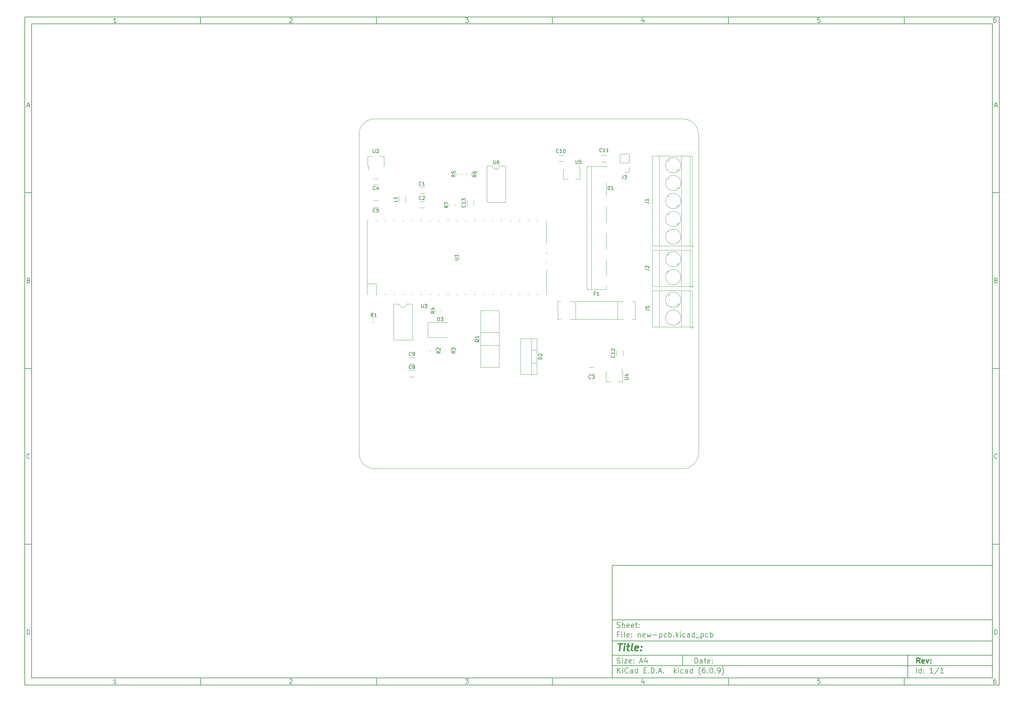
<source format=gbr>
%TF.GenerationSoftware,KiCad,Pcbnew,(6.0.9)*%
%TF.CreationDate,2022-12-24T03:55:53+03:00*%
%TF.ProjectId,new-pcb,6e65772d-7063-4622-9e6b-696361645f70,rev?*%
%TF.SameCoordinates,Original*%
%TF.FileFunction,Legend,Top*%
%TF.FilePolarity,Positive*%
%FSLAX46Y46*%
G04 Gerber Fmt 4.6, Leading zero omitted, Abs format (unit mm)*
G04 Created by KiCad (PCBNEW (6.0.9)) date 2022-12-24 03:55:53*
%MOMM*%
%LPD*%
G01*
G04 APERTURE LIST*
%ADD10C,0.100000*%
%ADD11C,0.150000*%
%ADD12C,0.300000*%
%ADD13C,0.400000*%
%TA.AperFunction,Profile*%
%ADD14C,0.100000*%
%TD*%
%ADD15C,0.120000*%
G04 APERTURE END LIST*
D10*
D11*
X177002200Y-166007200D02*
X177002200Y-198007200D01*
X285002200Y-198007200D01*
X285002200Y-166007200D01*
X177002200Y-166007200D01*
D10*
D11*
X10000000Y-10000000D02*
X10000000Y-200007200D01*
X287002200Y-200007200D01*
X287002200Y-10000000D01*
X10000000Y-10000000D01*
D10*
D11*
X12000000Y-12000000D02*
X12000000Y-198007200D01*
X285002200Y-198007200D01*
X285002200Y-12000000D01*
X12000000Y-12000000D01*
D10*
D11*
X60000000Y-12000000D02*
X60000000Y-10000000D01*
D10*
D11*
X110000000Y-12000000D02*
X110000000Y-10000000D01*
D10*
D11*
X160000000Y-12000000D02*
X160000000Y-10000000D01*
D10*
D11*
X210000000Y-12000000D02*
X210000000Y-10000000D01*
D10*
D11*
X260000000Y-12000000D02*
X260000000Y-10000000D01*
D10*
D11*
X36065476Y-11588095D02*
X35322619Y-11588095D01*
X35694047Y-11588095D02*
X35694047Y-10288095D01*
X35570238Y-10473809D01*
X35446428Y-10597619D01*
X35322619Y-10659523D01*
D10*
D11*
X85322619Y-10411904D02*
X85384523Y-10350000D01*
X85508333Y-10288095D01*
X85817857Y-10288095D01*
X85941666Y-10350000D01*
X86003571Y-10411904D01*
X86065476Y-10535714D01*
X86065476Y-10659523D01*
X86003571Y-10845238D01*
X85260714Y-11588095D01*
X86065476Y-11588095D01*
D10*
D11*
X135260714Y-10288095D02*
X136065476Y-10288095D01*
X135632142Y-10783333D01*
X135817857Y-10783333D01*
X135941666Y-10845238D01*
X136003571Y-10907142D01*
X136065476Y-11030952D01*
X136065476Y-11340476D01*
X136003571Y-11464285D01*
X135941666Y-11526190D01*
X135817857Y-11588095D01*
X135446428Y-11588095D01*
X135322619Y-11526190D01*
X135260714Y-11464285D01*
D10*
D11*
X185941666Y-10721428D02*
X185941666Y-11588095D01*
X185632142Y-10226190D02*
X185322619Y-11154761D01*
X186127380Y-11154761D01*
D10*
D11*
X236003571Y-10288095D02*
X235384523Y-10288095D01*
X235322619Y-10907142D01*
X235384523Y-10845238D01*
X235508333Y-10783333D01*
X235817857Y-10783333D01*
X235941666Y-10845238D01*
X236003571Y-10907142D01*
X236065476Y-11030952D01*
X236065476Y-11340476D01*
X236003571Y-11464285D01*
X235941666Y-11526190D01*
X235817857Y-11588095D01*
X235508333Y-11588095D01*
X235384523Y-11526190D01*
X235322619Y-11464285D01*
D10*
D11*
X285941666Y-10288095D02*
X285694047Y-10288095D01*
X285570238Y-10350000D01*
X285508333Y-10411904D01*
X285384523Y-10597619D01*
X285322619Y-10845238D01*
X285322619Y-11340476D01*
X285384523Y-11464285D01*
X285446428Y-11526190D01*
X285570238Y-11588095D01*
X285817857Y-11588095D01*
X285941666Y-11526190D01*
X286003571Y-11464285D01*
X286065476Y-11340476D01*
X286065476Y-11030952D01*
X286003571Y-10907142D01*
X285941666Y-10845238D01*
X285817857Y-10783333D01*
X285570238Y-10783333D01*
X285446428Y-10845238D01*
X285384523Y-10907142D01*
X285322619Y-11030952D01*
D10*
D11*
X60000000Y-198007200D02*
X60000000Y-200007200D01*
D10*
D11*
X110000000Y-198007200D02*
X110000000Y-200007200D01*
D10*
D11*
X160000000Y-198007200D02*
X160000000Y-200007200D01*
D10*
D11*
X210000000Y-198007200D02*
X210000000Y-200007200D01*
D10*
D11*
X260000000Y-198007200D02*
X260000000Y-200007200D01*
D10*
D11*
X36065476Y-199595295D02*
X35322619Y-199595295D01*
X35694047Y-199595295D02*
X35694047Y-198295295D01*
X35570238Y-198481009D01*
X35446428Y-198604819D01*
X35322619Y-198666723D01*
D10*
D11*
X85322619Y-198419104D02*
X85384523Y-198357200D01*
X85508333Y-198295295D01*
X85817857Y-198295295D01*
X85941666Y-198357200D01*
X86003571Y-198419104D01*
X86065476Y-198542914D01*
X86065476Y-198666723D01*
X86003571Y-198852438D01*
X85260714Y-199595295D01*
X86065476Y-199595295D01*
D10*
D11*
X135260714Y-198295295D02*
X136065476Y-198295295D01*
X135632142Y-198790533D01*
X135817857Y-198790533D01*
X135941666Y-198852438D01*
X136003571Y-198914342D01*
X136065476Y-199038152D01*
X136065476Y-199347676D01*
X136003571Y-199471485D01*
X135941666Y-199533390D01*
X135817857Y-199595295D01*
X135446428Y-199595295D01*
X135322619Y-199533390D01*
X135260714Y-199471485D01*
D10*
D11*
X185941666Y-198728628D02*
X185941666Y-199595295D01*
X185632142Y-198233390D02*
X185322619Y-199161961D01*
X186127380Y-199161961D01*
D10*
D11*
X236003571Y-198295295D02*
X235384523Y-198295295D01*
X235322619Y-198914342D01*
X235384523Y-198852438D01*
X235508333Y-198790533D01*
X235817857Y-198790533D01*
X235941666Y-198852438D01*
X236003571Y-198914342D01*
X236065476Y-199038152D01*
X236065476Y-199347676D01*
X236003571Y-199471485D01*
X235941666Y-199533390D01*
X235817857Y-199595295D01*
X235508333Y-199595295D01*
X235384523Y-199533390D01*
X235322619Y-199471485D01*
D10*
D11*
X285941666Y-198295295D02*
X285694047Y-198295295D01*
X285570238Y-198357200D01*
X285508333Y-198419104D01*
X285384523Y-198604819D01*
X285322619Y-198852438D01*
X285322619Y-199347676D01*
X285384523Y-199471485D01*
X285446428Y-199533390D01*
X285570238Y-199595295D01*
X285817857Y-199595295D01*
X285941666Y-199533390D01*
X286003571Y-199471485D01*
X286065476Y-199347676D01*
X286065476Y-199038152D01*
X286003571Y-198914342D01*
X285941666Y-198852438D01*
X285817857Y-198790533D01*
X285570238Y-198790533D01*
X285446428Y-198852438D01*
X285384523Y-198914342D01*
X285322619Y-199038152D01*
D10*
D11*
X10000000Y-60000000D02*
X12000000Y-60000000D01*
D10*
D11*
X10000000Y-110000000D02*
X12000000Y-110000000D01*
D10*
D11*
X10000000Y-160000000D02*
X12000000Y-160000000D01*
D10*
D11*
X10690476Y-35216666D02*
X11309523Y-35216666D01*
X10566666Y-35588095D02*
X11000000Y-34288095D01*
X11433333Y-35588095D01*
D10*
D11*
X11092857Y-84907142D02*
X11278571Y-84969047D01*
X11340476Y-85030952D01*
X11402380Y-85154761D01*
X11402380Y-85340476D01*
X11340476Y-85464285D01*
X11278571Y-85526190D01*
X11154761Y-85588095D01*
X10659523Y-85588095D01*
X10659523Y-84288095D01*
X11092857Y-84288095D01*
X11216666Y-84350000D01*
X11278571Y-84411904D01*
X11340476Y-84535714D01*
X11340476Y-84659523D01*
X11278571Y-84783333D01*
X11216666Y-84845238D01*
X11092857Y-84907142D01*
X10659523Y-84907142D01*
D10*
D11*
X11402380Y-135464285D02*
X11340476Y-135526190D01*
X11154761Y-135588095D01*
X11030952Y-135588095D01*
X10845238Y-135526190D01*
X10721428Y-135402380D01*
X10659523Y-135278571D01*
X10597619Y-135030952D01*
X10597619Y-134845238D01*
X10659523Y-134597619D01*
X10721428Y-134473809D01*
X10845238Y-134350000D01*
X11030952Y-134288095D01*
X11154761Y-134288095D01*
X11340476Y-134350000D01*
X11402380Y-134411904D01*
D10*
D11*
X10659523Y-185588095D02*
X10659523Y-184288095D01*
X10969047Y-184288095D01*
X11154761Y-184350000D01*
X11278571Y-184473809D01*
X11340476Y-184597619D01*
X11402380Y-184845238D01*
X11402380Y-185030952D01*
X11340476Y-185278571D01*
X11278571Y-185402380D01*
X11154761Y-185526190D01*
X10969047Y-185588095D01*
X10659523Y-185588095D01*
D10*
D11*
X287002200Y-60000000D02*
X285002200Y-60000000D01*
D10*
D11*
X287002200Y-110000000D02*
X285002200Y-110000000D01*
D10*
D11*
X287002200Y-160000000D02*
X285002200Y-160000000D01*
D10*
D11*
X285692676Y-35216666D02*
X286311723Y-35216666D01*
X285568866Y-35588095D02*
X286002200Y-34288095D01*
X286435533Y-35588095D01*
D10*
D11*
X286095057Y-84907142D02*
X286280771Y-84969047D01*
X286342676Y-85030952D01*
X286404580Y-85154761D01*
X286404580Y-85340476D01*
X286342676Y-85464285D01*
X286280771Y-85526190D01*
X286156961Y-85588095D01*
X285661723Y-85588095D01*
X285661723Y-84288095D01*
X286095057Y-84288095D01*
X286218866Y-84350000D01*
X286280771Y-84411904D01*
X286342676Y-84535714D01*
X286342676Y-84659523D01*
X286280771Y-84783333D01*
X286218866Y-84845238D01*
X286095057Y-84907142D01*
X285661723Y-84907142D01*
D10*
D11*
X286404580Y-135464285D02*
X286342676Y-135526190D01*
X286156961Y-135588095D01*
X286033152Y-135588095D01*
X285847438Y-135526190D01*
X285723628Y-135402380D01*
X285661723Y-135278571D01*
X285599819Y-135030952D01*
X285599819Y-134845238D01*
X285661723Y-134597619D01*
X285723628Y-134473809D01*
X285847438Y-134350000D01*
X286033152Y-134288095D01*
X286156961Y-134288095D01*
X286342676Y-134350000D01*
X286404580Y-134411904D01*
D10*
D11*
X285661723Y-185588095D02*
X285661723Y-184288095D01*
X285971247Y-184288095D01*
X286156961Y-184350000D01*
X286280771Y-184473809D01*
X286342676Y-184597619D01*
X286404580Y-184845238D01*
X286404580Y-185030952D01*
X286342676Y-185278571D01*
X286280771Y-185402380D01*
X286156961Y-185526190D01*
X285971247Y-185588095D01*
X285661723Y-185588095D01*
D10*
D11*
X200434342Y-193785771D02*
X200434342Y-192285771D01*
X200791485Y-192285771D01*
X201005771Y-192357200D01*
X201148628Y-192500057D01*
X201220057Y-192642914D01*
X201291485Y-192928628D01*
X201291485Y-193142914D01*
X201220057Y-193428628D01*
X201148628Y-193571485D01*
X201005771Y-193714342D01*
X200791485Y-193785771D01*
X200434342Y-193785771D01*
X202577200Y-193785771D02*
X202577200Y-193000057D01*
X202505771Y-192857200D01*
X202362914Y-192785771D01*
X202077200Y-192785771D01*
X201934342Y-192857200D01*
X202577200Y-193714342D02*
X202434342Y-193785771D01*
X202077200Y-193785771D01*
X201934342Y-193714342D01*
X201862914Y-193571485D01*
X201862914Y-193428628D01*
X201934342Y-193285771D01*
X202077200Y-193214342D01*
X202434342Y-193214342D01*
X202577200Y-193142914D01*
X203077200Y-192785771D02*
X203648628Y-192785771D01*
X203291485Y-192285771D02*
X203291485Y-193571485D01*
X203362914Y-193714342D01*
X203505771Y-193785771D01*
X203648628Y-193785771D01*
X204720057Y-193714342D02*
X204577200Y-193785771D01*
X204291485Y-193785771D01*
X204148628Y-193714342D01*
X204077200Y-193571485D01*
X204077200Y-193000057D01*
X204148628Y-192857200D01*
X204291485Y-192785771D01*
X204577200Y-192785771D01*
X204720057Y-192857200D01*
X204791485Y-193000057D01*
X204791485Y-193142914D01*
X204077200Y-193285771D01*
X205434342Y-193642914D02*
X205505771Y-193714342D01*
X205434342Y-193785771D01*
X205362914Y-193714342D01*
X205434342Y-193642914D01*
X205434342Y-193785771D01*
X205434342Y-192857200D02*
X205505771Y-192928628D01*
X205434342Y-193000057D01*
X205362914Y-192928628D01*
X205434342Y-192857200D01*
X205434342Y-193000057D01*
D10*
D11*
X177002200Y-194507200D02*
X285002200Y-194507200D01*
D10*
D11*
X178434342Y-196585771D02*
X178434342Y-195085771D01*
X179291485Y-196585771D02*
X178648628Y-195728628D01*
X179291485Y-195085771D02*
X178434342Y-195942914D01*
X179934342Y-196585771D02*
X179934342Y-195585771D01*
X179934342Y-195085771D02*
X179862914Y-195157200D01*
X179934342Y-195228628D01*
X180005771Y-195157200D01*
X179934342Y-195085771D01*
X179934342Y-195228628D01*
X181505771Y-196442914D02*
X181434342Y-196514342D01*
X181220057Y-196585771D01*
X181077200Y-196585771D01*
X180862914Y-196514342D01*
X180720057Y-196371485D01*
X180648628Y-196228628D01*
X180577200Y-195942914D01*
X180577200Y-195728628D01*
X180648628Y-195442914D01*
X180720057Y-195300057D01*
X180862914Y-195157200D01*
X181077200Y-195085771D01*
X181220057Y-195085771D01*
X181434342Y-195157200D01*
X181505771Y-195228628D01*
X182791485Y-196585771D02*
X182791485Y-195800057D01*
X182720057Y-195657200D01*
X182577200Y-195585771D01*
X182291485Y-195585771D01*
X182148628Y-195657200D01*
X182791485Y-196514342D02*
X182648628Y-196585771D01*
X182291485Y-196585771D01*
X182148628Y-196514342D01*
X182077200Y-196371485D01*
X182077200Y-196228628D01*
X182148628Y-196085771D01*
X182291485Y-196014342D01*
X182648628Y-196014342D01*
X182791485Y-195942914D01*
X184148628Y-196585771D02*
X184148628Y-195085771D01*
X184148628Y-196514342D02*
X184005771Y-196585771D01*
X183720057Y-196585771D01*
X183577200Y-196514342D01*
X183505771Y-196442914D01*
X183434342Y-196300057D01*
X183434342Y-195871485D01*
X183505771Y-195728628D01*
X183577200Y-195657200D01*
X183720057Y-195585771D01*
X184005771Y-195585771D01*
X184148628Y-195657200D01*
X186005771Y-195800057D02*
X186505771Y-195800057D01*
X186720057Y-196585771D02*
X186005771Y-196585771D01*
X186005771Y-195085771D01*
X186720057Y-195085771D01*
X187362914Y-196442914D02*
X187434342Y-196514342D01*
X187362914Y-196585771D01*
X187291485Y-196514342D01*
X187362914Y-196442914D01*
X187362914Y-196585771D01*
X188077200Y-196585771D02*
X188077200Y-195085771D01*
X188434342Y-195085771D01*
X188648628Y-195157200D01*
X188791485Y-195300057D01*
X188862914Y-195442914D01*
X188934342Y-195728628D01*
X188934342Y-195942914D01*
X188862914Y-196228628D01*
X188791485Y-196371485D01*
X188648628Y-196514342D01*
X188434342Y-196585771D01*
X188077200Y-196585771D01*
X189577200Y-196442914D02*
X189648628Y-196514342D01*
X189577200Y-196585771D01*
X189505771Y-196514342D01*
X189577200Y-196442914D01*
X189577200Y-196585771D01*
X190220057Y-196157200D02*
X190934342Y-196157200D01*
X190077200Y-196585771D02*
X190577200Y-195085771D01*
X191077200Y-196585771D01*
X191577200Y-196442914D02*
X191648628Y-196514342D01*
X191577200Y-196585771D01*
X191505771Y-196514342D01*
X191577200Y-196442914D01*
X191577200Y-196585771D01*
X194577200Y-196585771D02*
X194577200Y-195085771D01*
X194720057Y-196014342D02*
X195148628Y-196585771D01*
X195148628Y-195585771D02*
X194577200Y-196157200D01*
X195791485Y-196585771D02*
X195791485Y-195585771D01*
X195791485Y-195085771D02*
X195720057Y-195157200D01*
X195791485Y-195228628D01*
X195862914Y-195157200D01*
X195791485Y-195085771D01*
X195791485Y-195228628D01*
X197148628Y-196514342D02*
X197005771Y-196585771D01*
X196720057Y-196585771D01*
X196577200Y-196514342D01*
X196505771Y-196442914D01*
X196434342Y-196300057D01*
X196434342Y-195871485D01*
X196505771Y-195728628D01*
X196577200Y-195657200D01*
X196720057Y-195585771D01*
X197005771Y-195585771D01*
X197148628Y-195657200D01*
X198434342Y-196585771D02*
X198434342Y-195800057D01*
X198362914Y-195657200D01*
X198220057Y-195585771D01*
X197934342Y-195585771D01*
X197791485Y-195657200D01*
X198434342Y-196514342D02*
X198291485Y-196585771D01*
X197934342Y-196585771D01*
X197791485Y-196514342D01*
X197720057Y-196371485D01*
X197720057Y-196228628D01*
X197791485Y-196085771D01*
X197934342Y-196014342D01*
X198291485Y-196014342D01*
X198434342Y-195942914D01*
X199791485Y-196585771D02*
X199791485Y-195085771D01*
X199791485Y-196514342D02*
X199648628Y-196585771D01*
X199362914Y-196585771D01*
X199220057Y-196514342D01*
X199148628Y-196442914D01*
X199077200Y-196300057D01*
X199077200Y-195871485D01*
X199148628Y-195728628D01*
X199220057Y-195657200D01*
X199362914Y-195585771D01*
X199648628Y-195585771D01*
X199791485Y-195657200D01*
X202077200Y-197157200D02*
X202005771Y-197085771D01*
X201862914Y-196871485D01*
X201791485Y-196728628D01*
X201720057Y-196514342D01*
X201648628Y-196157200D01*
X201648628Y-195871485D01*
X201720057Y-195514342D01*
X201791485Y-195300057D01*
X201862914Y-195157200D01*
X202005771Y-194942914D01*
X202077200Y-194871485D01*
X203291485Y-195085771D02*
X203005771Y-195085771D01*
X202862914Y-195157200D01*
X202791485Y-195228628D01*
X202648628Y-195442914D01*
X202577200Y-195728628D01*
X202577200Y-196300057D01*
X202648628Y-196442914D01*
X202720057Y-196514342D01*
X202862914Y-196585771D01*
X203148628Y-196585771D01*
X203291485Y-196514342D01*
X203362914Y-196442914D01*
X203434342Y-196300057D01*
X203434342Y-195942914D01*
X203362914Y-195800057D01*
X203291485Y-195728628D01*
X203148628Y-195657200D01*
X202862914Y-195657200D01*
X202720057Y-195728628D01*
X202648628Y-195800057D01*
X202577200Y-195942914D01*
X204077200Y-196442914D02*
X204148628Y-196514342D01*
X204077200Y-196585771D01*
X204005771Y-196514342D01*
X204077200Y-196442914D01*
X204077200Y-196585771D01*
X205077200Y-195085771D02*
X205220057Y-195085771D01*
X205362914Y-195157200D01*
X205434342Y-195228628D01*
X205505771Y-195371485D01*
X205577200Y-195657200D01*
X205577200Y-196014342D01*
X205505771Y-196300057D01*
X205434342Y-196442914D01*
X205362914Y-196514342D01*
X205220057Y-196585771D01*
X205077200Y-196585771D01*
X204934342Y-196514342D01*
X204862914Y-196442914D01*
X204791485Y-196300057D01*
X204720057Y-196014342D01*
X204720057Y-195657200D01*
X204791485Y-195371485D01*
X204862914Y-195228628D01*
X204934342Y-195157200D01*
X205077200Y-195085771D01*
X206220057Y-196442914D02*
X206291485Y-196514342D01*
X206220057Y-196585771D01*
X206148628Y-196514342D01*
X206220057Y-196442914D01*
X206220057Y-196585771D01*
X207005771Y-196585771D02*
X207291485Y-196585771D01*
X207434342Y-196514342D01*
X207505771Y-196442914D01*
X207648628Y-196228628D01*
X207720057Y-195942914D01*
X207720057Y-195371485D01*
X207648628Y-195228628D01*
X207577200Y-195157200D01*
X207434342Y-195085771D01*
X207148628Y-195085771D01*
X207005771Y-195157200D01*
X206934342Y-195228628D01*
X206862914Y-195371485D01*
X206862914Y-195728628D01*
X206934342Y-195871485D01*
X207005771Y-195942914D01*
X207148628Y-196014342D01*
X207434342Y-196014342D01*
X207577200Y-195942914D01*
X207648628Y-195871485D01*
X207720057Y-195728628D01*
X208220057Y-197157200D02*
X208291485Y-197085771D01*
X208434342Y-196871485D01*
X208505771Y-196728628D01*
X208577200Y-196514342D01*
X208648628Y-196157200D01*
X208648628Y-195871485D01*
X208577200Y-195514342D01*
X208505771Y-195300057D01*
X208434342Y-195157200D01*
X208291485Y-194942914D01*
X208220057Y-194871485D01*
D10*
D11*
X177002200Y-191507200D02*
X285002200Y-191507200D01*
D10*
D12*
X264411485Y-193785771D02*
X263911485Y-193071485D01*
X263554342Y-193785771D02*
X263554342Y-192285771D01*
X264125771Y-192285771D01*
X264268628Y-192357200D01*
X264340057Y-192428628D01*
X264411485Y-192571485D01*
X264411485Y-192785771D01*
X264340057Y-192928628D01*
X264268628Y-193000057D01*
X264125771Y-193071485D01*
X263554342Y-193071485D01*
X265625771Y-193714342D02*
X265482914Y-193785771D01*
X265197200Y-193785771D01*
X265054342Y-193714342D01*
X264982914Y-193571485D01*
X264982914Y-193000057D01*
X265054342Y-192857200D01*
X265197200Y-192785771D01*
X265482914Y-192785771D01*
X265625771Y-192857200D01*
X265697200Y-193000057D01*
X265697200Y-193142914D01*
X264982914Y-193285771D01*
X266197200Y-192785771D02*
X266554342Y-193785771D01*
X266911485Y-192785771D01*
X267482914Y-193642914D02*
X267554342Y-193714342D01*
X267482914Y-193785771D01*
X267411485Y-193714342D01*
X267482914Y-193642914D01*
X267482914Y-193785771D01*
X267482914Y-192857200D02*
X267554342Y-192928628D01*
X267482914Y-193000057D01*
X267411485Y-192928628D01*
X267482914Y-192857200D01*
X267482914Y-193000057D01*
D10*
D11*
X178362914Y-193714342D02*
X178577200Y-193785771D01*
X178934342Y-193785771D01*
X179077200Y-193714342D01*
X179148628Y-193642914D01*
X179220057Y-193500057D01*
X179220057Y-193357200D01*
X179148628Y-193214342D01*
X179077200Y-193142914D01*
X178934342Y-193071485D01*
X178648628Y-193000057D01*
X178505771Y-192928628D01*
X178434342Y-192857200D01*
X178362914Y-192714342D01*
X178362914Y-192571485D01*
X178434342Y-192428628D01*
X178505771Y-192357200D01*
X178648628Y-192285771D01*
X179005771Y-192285771D01*
X179220057Y-192357200D01*
X179862914Y-193785771D02*
X179862914Y-192785771D01*
X179862914Y-192285771D02*
X179791485Y-192357200D01*
X179862914Y-192428628D01*
X179934342Y-192357200D01*
X179862914Y-192285771D01*
X179862914Y-192428628D01*
X180434342Y-192785771D02*
X181220057Y-192785771D01*
X180434342Y-193785771D01*
X181220057Y-193785771D01*
X182362914Y-193714342D02*
X182220057Y-193785771D01*
X181934342Y-193785771D01*
X181791485Y-193714342D01*
X181720057Y-193571485D01*
X181720057Y-193000057D01*
X181791485Y-192857200D01*
X181934342Y-192785771D01*
X182220057Y-192785771D01*
X182362914Y-192857200D01*
X182434342Y-193000057D01*
X182434342Y-193142914D01*
X181720057Y-193285771D01*
X183077200Y-193642914D02*
X183148628Y-193714342D01*
X183077200Y-193785771D01*
X183005771Y-193714342D01*
X183077200Y-193642914D01*
X183077200Y-193785771D01*
X183077200Y-192857200D02*
X183148628Y-192928628D01*
X183077200Y-193000057D01*
X183005771Y-192928628D01*
X183077200Y-192857200D01*
X183077200Y-193000057D01*
X184862914Y-193357200D02*
X185577200Y-193357200D01*
X184720057Y-193785771D02*
X185220057Y-192285771D01*
X185720057Y-193785771D01*
X186862914Y-192785771D02*
X186862914Y-193785771D01*
X186505771Y-192214342D02*
X186148628Y-193285771D01*
X187077200Y-193285771D01*
D10*
D11*
X263434342Y-196585771D02*
X263434342Y-195085771D01*
X264791485Y-196585771D02*
X264791485Y-195085771D01*
X264791485Y-196514342D02*
X264648628Y-196585771D01*
X264362914Y-196585771D01*
X264220057Y-196514342D01*
X264148628Y-196442914D01*
X264077200Y-196300057D01*
X264077200Y-195871485D01*
X264148628Y-195728628D01*
X264220057Y-195657200D01*
X264362914Y-195585771D01*
X264648628Y-195585771D01*
X264791485Y-195657200D01*
X265505771Y-196442914D02*
X265577200Y-196514342D01*
X265505771Y-196585771D01*
X265434342Y-196514342D01*
X265505771Y-196442914D01*
X265505771Y-196585771D01*
X265505771Y-195657200D02*
X265577200Y-195728628D01*
X265505771Y-195800057D01*
X265434342Y-195728628D01*
X265505771Y-195657200D01*
X265505771Y-195800057D01*
X268148628Y-196585771D02*
X267291485Y-196585771D01*
X267720057Y-196585771D02*
X267720057Y-195085771D01*
X267577200Y-195300057D01*
X267434342Y-195442914D01*
X267291485Y-195514342D01*
X269862914Y-195014342D02*
X268577200Y-196942914D01*
X271148628Y-196585771D02*
X270291485Y-196585771D01*
X270720057Y-196585771D02*
X270720057Y-195085771D01*
X270577200Y-195300057D01*
X270434342Y-195442914D01*
X270291485Y-195514342D01*
D10*
D11*
X177002200Y-187507200D02*
X285002200Y-187507200D01*
D10*
D13*
X178714580Y-188211961D02*
X179857438Y-188211961D01*
X179036009Y-190211961D02*
X179286009Y-188211961D01*
X180274104Y-190211961D02*
X180440771Y-188878628D01*
X180524104Y-188211961D02*
X180416961Y-188307200D01*
X180500295Y-188402438D01*
X180607438Y-188307200D01*
X180524104Y-188211961D01*
X180500295Y-188402438D01*
X181107438Y-188878628D02*
X181869342Y-188878628D01*
X181476485Y-188211961D02*
X181262200Y-189926247D01*
X181333628Y-190116723D01*
X181512200Y-190211961D01*
X181702676Y-190211961D01*
X182655057Y-190211961D02*
X182476485Y-190116723D01*
X182405057Y-189926247D01*
X182619342Y-188211961D01*
X184190771Y-190116723D02*
X183988390Y-190211961D01*
X183607438Y-190211961D01*
X183428866Y-190116723D01*
X183357438Y-189926247D01*
X183452676Y-189164342D01*
X183571723Y-188973866D01*
X183774104Y-188878628D01*
X184155057Y-188878628D01*
X184333628Y-188973866D01*
X184405057Y-189164342D01*
X184381247Y-189354819D01*
X183405057Y-189545295D01*
X185155057Y-190021485D02*
X185238390Y-190116723D01*
X185131247Y-190211961D01*
X185047914Y-190116723D01*
X185155057Y-190021485D01*
X185131247Y-190211961D01*
X185286009Y-188973866D02*
X185369342Y-189069104D01*
X185262200Y-189164342D01*
X185178866Y-189069104D01*
X185286009Y-188973866D01*
X185262200Y-189164342D01*
D10*
D11*
X178934342Y-185600057D02*
X178434342Y-185600057D01*
X178434342Y-186385771D02*
X178434342Y-184885771D01*
X179148628Y-184885771D01*
X179720057Y-186385771D02*
X179720057Y-185385771D01*
X179720057Y-184885771D02*
X179648628Y-184957200D01*
X179720057Y-185028628D01*
X179791485Y-184957200D01*
X179720057Y-184885771D01*
X179720057Y-185028628D01*
X180648628Y-186385771D02*
X180505771Y-186314342D01*
X180434342Y-186171485D01*
X180434342Y-184885771D01*
X181791485Y-186314342D02*
X181648628Y-186385771D01*
X181362914Y-186385771D01*
X181220057Y-186314342D01*
X181148628Y-186171485D01*
X181148628Y-185600057D01*
X181220057Y-185457200D01*
X181362914Y-185385771D01*
X181648628Y-185385771D01*
X181791485Y-185457200D01*
X181862914Y-185600057D01*
X181862914Y-185742914D01*
X181148628Y-185885771D01*
X182505771Y-186242914D02*
X182577200Y-186314342D01*
X182505771Y-186385771D01*
X182434342Y-186314342D01*
X182505771Y-186242914D01*
X182505771Y-186385771D01*
X182505771Y-185457200D02*
X182577200Y-185528628D01*
X182505771Y-185600057D01*
X182434342Y-185528628D01*
X182505771Y-185457200D01*
X182505771Y-185600057D01*
X184362914Y-185385771D02*
X184362914Y-186385771D01*
X184362914Y-185528628D02*
X184434342Y-185457200D01*
X184577200Y-185385771D01*
X184791485Y-185385771D01*
X184934342Y-185457200D01*
X185005771Y-185600057D01*
X185005771Y-186385771D01*
X186291485Y-186314342D02*
X186148628Y-186385771D01*
X185862914Y-186385771D01*
X185720057Y-186314342D01*
X185648628Y-186171485D01*
X185648628Y-185600057D01*
X185720057Y-185457200D01*
X185862914Y-185385771D01*
X186148628Y-185385771D01*
X186291485Y-185457200D01*
X186362914Y-185600057D01*
X186362914Y-185742914D01*
X185648628Y-185885771D01*
X186862914Y-185385771D02*
X187148628Y-186385771D01*
X187434342Y-185671485D01*
X187720057Y-186385771D01*
X188005771Y-185385771D01*
X188577200Y-185814342D02*
X189720057Y-185814342D01*
X190434342Y-185385771D02*
X190434342Y-186885771D01*
X190434342Y-185457200D02*
X190577200Y-185385771D01*
X190862914Y-185385771D01*
X191005771Y-185457200D01*
X191077200Y-185528628D01*
X191148628Y-185671485D01*
X191148628Y-186100057D01*
X191077200Y-186242914D01*
X191005771Y-186314342D01*
X190862914Y-186385771D01*
X190577200Y-186385771D01*
X190434342Y-186314342D01*
X192434342Y-186314342D02*
X192291485Y-186385771D01*
X192005771Y-186385771D01*
X191862914Y-186314342D01*
X191791485Y-186242914D01*
X191720057Y-186100057D01*
X191720057Y-185671485D01*
X191791485Y-185528628D01*
X191862914Y-185457200D01*
X192005771Y-185385771D01*
X192291485Y-185385771D01*
X192434342Y-185457200D01*
X193077200Y-186385771D02*
X193077200Y-184885771D01*
X193077200Y-185457200D02*
X193220057Y-185385771D01*
X193505771Y-185385771D01*
X193648628Y-185457200D01*
X193720057Y-185528628D01*
X193791485Y-185671485D01*
X193791485Y-186100057D01*
X193720057Y-186242914D01*
X193648628Y-186314342D01*
X193505771Y-186385771D01*
X193220057Y-186385771D01*
X193077200Y-186314342D01*
X194434342Y-186242914D02*
X194505771Y-186314342D01*
X194434342Y-186385771D01*
X194362914Y-186314342D01*
X194434342Y-186242914D01*
X194434342Y-186385771D01*
X195148628Y-186385771D02*
X195148628Y-184885771D01*
X195291485Y-185814342D02*
X195720057Y-186385771D01*
X195720057Y-185385771D02*
X195148628Y-185957200D01*
X196362914Y-186385771D02*
X196362914Y-185385771D01*
X196362914Y-184885771D02*
X196291485Y-184957200D01*
X196362914Y-185028628D01*
X196434342Y-184957200D01*
X196362914Y-184885771D01*
X196362914Y-185028628D01*
X197720057Y-186314342D02*
X197577200Y-186385771D01*
X197291485Y-186385771D01*
X197148628Y-186314342D01*
X197077200Y-186242914D01*
X197005771Y-186100057D01*
X197005771Y-185671485D01*
X197077200Y-185528628D01*
X197148628Y-185457200D01*
X197291485Y-185385771D01*
X197577200Y-185385771D01*
X197720057Y-185457200D01*
X199005771Y-186385771D02*
X199005771Y-185600057D01*
X198934342Y-185457200D01*
X198791485Y-185385771D01*
X198505771Y-185385771D01*
X198362914Y-185457200D01*
X199005771Y-186314342D02*
X198862914Y-186385771D01*
X198505771Y-186385771D01*
X198362914Y-186314342D01*
X198291485Y-186171485D01*
X198291485Y-186028628D01*
X198362914Y-185885771D01*
X198505771Y-185814342D01*
X198862914Y-185814342D01*
X199005771Y-185742914D01*
X200362914Y-186385771D02*
X200362914Y-184885771D01*
X200362914Y-186314342D02*
X200220057Y-186385771D01*
X199934342Y-186385771D01*
X199791485Y-186314342D01*
X199720057Y-186242914D01*
X199648628Y-186100057D01*
X199648628Y-185671485D01*
X199720057Y-185528628D01*
X199791485Y-185457200D01*
X199934342Y-185385771D01*
X200220057Y-185385771D01*
X200362914Y-185457200D01*
X200720057Y-186528628D02*
X201862914Y-186528628D01*
X202220057Y-185385771D02*
X202220057Y-186885771D01*
X202220057Y-185457200D02*
X202362914Y-185385771D01*
X202648628Y-185385771D01*
X202791485Y-185457200D01*
X202862914Y-185528628D01*
X202934342Y-185671485D01*
X202934342Y-186100057D01*
X202862914Y-186242914D01*
X202791485Y-186314342D01*
X202648628Y-186385771D01*
X202362914Y-186385771D01*
X202220057Y-186314342D01*
X204220057Y-186314342D02*
X204077200Y-186385771D01*
X203791485Y-186385771D01*
X203648628Y-186314342D01*
X203577200Y-186242914D01*
X203505771Y-186100057D01*
X203505771Y-185671485D01*
X203577200Y-185528628D01*
X203648628Y-185457200D01*
X203791485Y-185385771D01*
X204077200Y-185385771D01*
X204220057Y-185457200D01*
X204862914Y-186385771D02*
X204862914Y-184885771D01*
X204862914Y-185457200D02*
X205005771Y-185385771D01*
X205291485Y-185385771D01*
X205434342Y-185457200D01*
X205505771Y-185528628D01*
X205577200Y-185671485D01*
X205577200Y-186100057D01*
X205505771Y-186242914D01*
X205434342Y-186314342D01*
X205291485Y-186385771D01*
X205005771Y-186385771D01*
X204862914Y-186314342D01*
D10*
D11*
X177002200Y-181507200D02*
X285002200Y-181507200D01*
D10*
D11*
X178362914Y-183614342D02*
X178577200Y-183685771D01*
X178934342Y-183685771D01*
X179077200Y-183614342D01*
X179148628Y-183542914D01*
X179220057Y-183400057D01*
X179220057Y-183257200D01*
X179148628Y-183114342D01*
X179077200Y-183042914D01*
X178934342Y-182971485D01*
X178648628Y-182900057D01*
X178505771Y-182828628D01*
X178434342Y-182757200D01*
X178362914Y-182614342D01*
X178362914Y-182471485D01*
X178434342Y-182328628D01*
X178505771Y-182257200D01*
X178648628Y-182185771D01*
X179005771Y-182185771D01*
X179220057Y-182257200D01*
X179862914Y-183685771D02*
X179862914Y-182185771D01*
X180505771Y-183685771D02*
X180505771Y-182900057D01*
X180434342Y-182757200D01*
X180291485Y-182685771D01*
X180077200Y-182685771D01*
X179934342Y-182757200D01*
X179862914Y-182828628D01*
X181791485Y-183614342D02*
X181648628Y-183685771D01*
X181362914Y-183685771D01*
X181220057Y-183614342D01*
X181148628Y-183471485D01*
X181148628Y-182900057D01*
X181220057Y-182757200D01*
X181362914Y-182685771D01*
X181648628Y-182685771D01*
X181791485Y-182757200D01*
X181862914Y-182900057D01*
X181862914Y-183042914D01*
X181148628Y-183185771D01*
X183077200Y-183614342D02*
X182934342Y-183685771D01*
X182648628Y-183685771D01*
X182505771Y-183614342D01*
X182434342Y-183471485D01*
X182434342Y-182900057D01*
X182505771Y-182757200D01*
X182648628Y-182685771D01*
X182934342Y-182685771D01*
X183077200Y-182757200D01*
X183148628Y-182900057D01*
X183148628Y-183042914D01*
X182434342Y-183185771D01*
X183577200Y-182685771D02*
X184148628Y-182685771D01*
X183791485Y-182185771D02*
X183791485Y-183471485D01*
X183862914Y-183614342D01*
X184005771Y-183685771D01*
X184148628Y-183685771D01*
X184648628Y-183542914D02*
X184720057Y-183614342D01*
X184648628Y-183685771D01*
X184577200Y-183614342D01*
X184648628Y-183542914D01*
X184648628Y-183685771D01*
X184648628Y-182757200D02*
X184720057Y-182828628D01*
X184648628Y-182900057D01*
X184577200Y-182828628D01*
X184648628Y-182757200D01*
X184648628Y-182900057D01*
D10*
D12*
D10*
D11*
D10*
D11*
D10*
D11*
D10*
D11*
D10*
D11*
X197002200Y-191507200D02*
X197002200Y-194507200D01*
D10*
D11*
X261002200Y-191507200D02*
X261002200Y-198007200D01*
D14*
X201500000Y-43500000D02*
G75*
G03*
X197000000Y-39000000I-4500000J0D01*
G01*
X109500000Y-39000000D02*
G75*
G03*
X105000000Y-43500000I0J-4500000D01*
G01*
X105000000Y-134000000D02*
G75*
G03*
X109500000Y-138500000I4500000J0D01*
G01*
X197000000Y-138500000D02*
G75*
G03*
X201500000Y-134000000I0J4500000D01*
G01*
X109500000Y-138500000D02*
X197000000Y-138500000D01*
X105000000Y-43500000D02*
X105000000Y-134000000D01*
X197000000Y-39000000D02*
X109500000Y-39000000D01*
X201500000Y-134000000D02*
X201500000Y-43500000D01*
D11*
%TO.C,J2*%
X186402380Y-81783333D02*
X187116666Y-81783333D01*
X187259523Y-81830952D01*
X187354761Y-81926190D01*
X187402380Y-82069047D01*
X187402380Y-82164285D01*
X186497619Y-81354761D02*
X186450000Y-81307142D01*
X186402380Y-81211904D01*
X186402380Y-80973809D01*
X186450000Y-80878571D01*
X186497619Y-80830952D01*
X186592857Y-80783333D01*
X186688095Y-80783333D01*
X186830952Y-80830952D01*
X187402380Y-81402380D01*
X187402380Y-80783333D01*
%TO.C,J5*%
X186452380Y-93233333D02*
X187166666Y-93233333D01*
X187309523Y-93280952D01*
X187404761Y-93376190D01*
X187452380Y-93519047D01*
X187452380Y-93614285D01*
X186452380Y-92280952D02*
X186452380Y-92757142D01*
X186928571Y-92804761D01*
X186880952Y-92757142D01*
X186833333Y-92661904D01*
X186833333Y-92423809D01*
X186880952Y-92328571D01*
X186928571Y-92280952D01*
X187023809Y-92233333D01*
X187261904Y-92233333D01*
X187357142Y-92280952D01*
X187404761Y-92328571D01*
X187452380Y-92423809D01*
X187452380Y-92661904D01*
X187404761Y-92757142D01*
X187357142Y-92804761D01*
%TO.C,Q1*%
X139117619Y-101695238D02*
X139070000Y-101790476D01*
X138974761Y-101885714D01*
X138831904Y-102028571D01*
X138784285Y-102123809D01*
X138784285Y-102219047D01*
X139022380Y-102171428D02*
X138974761Y-102266666D01*
X138879523Y-102361904D01*
X138689047Y-102409523D01*
X138355714Y-102409523D01*
X138165238Y-102361904D01*
X138070000Y-102266666D01*
X138022380Y-102171428D01*
X138022380Y-101980952D01*
X138070000Y-101885714D01*
X138165238Y-101790476D01*
X138355714Y-101742857D01*
X138689047Y-101742857D01*
X138879523Y-101790476D01*
X138974761Y-101885714D01*
X139022380Y-101980952D01*
X139022380Y-102171428D01*
X139022380Y-100790476D02*
X139022380Y-101361904D01*
X139022380Y-101076190D02*
X138022380Y-101076190D01*
X138165238Y-101171428D01*
X138260476Y-101266666D01*
X138308095Y-101361904D01*
%TO.C,D2*%
X156977380Y-107338095D02*
X155977380Y-107338095D01*
X155977380Y-107100000D01*
X156025000Y-106957142D01*
X156120238Y-106861904D01*
X156215476Y-106814285D01*
X156405952Y-106766666D01*
X156548809Y-106766666D01*
X156739285Y-106814285D01*
X156834523Y-106861904D01*
X156929761Y-106957142D01*
X156977380Y-107100000D01*
X156977380Y-107338095D01*
X156072619Y-106385714D02*
X156025000Y-106338095D01*
X155977380Y-106242857D01*
X155977380Y-106004761D01*
X156025000Y-105909523D01*
X156072619Y-105861904D01*
X156167857Y-105814285D01*
X156263095Y-105814285D01*
X156405952Y-105861904D01*
X156977380Y-106433333D01*
X156977380Y-105814285D01*
%TO.C,J1*%
X186352380Y-62733333D02*
X187066666Y-62733333D01*
X187209523Y-62780952D01*
X187304761Y-62876190D01*
X187352380Y-63019047D01*
X187352380Y-63114285D01*
X187352380Y-61733333D02*
X187352380Y-62304761D01*
X187352380Y-62019047D02*
X186352380Y-62019047D01*
X186495238Y-62114285D01*
X186590476Y-62209523D01*
X186638095Y-62304761D01*
%TO.C,C8*%
X119883333Y-109957142D02*
X119835714Y-110004761D01*
X119692857Y-110052380D01*
X119597619Y-110052380D01*
X119454761Y-110004761D01*
X119359523Y-109909523D01*
X119311904Y-109814285D01*
X119264285Y-109623809D01*
X119264285Y-109480952D01*
X119311904Y-109290476D01*
X119359523Y-109195238D01*
X119454761Y-109100000D01*
X119597619Y-109052380D01*
X119692857Y-109052380D01*
X119835714Y-109100000D01*
X119883333Y-109147619D01*
X120454761Y-109480952D02*
X120359523Y-109433333D01*
X120311904Y-109385714D01*
X120264285Y-109290476D01*
X120264285Y-109242857D01*
X120311904Y-109147619D01*
X120359523Y-109100000D01*
X120454761Y-109052380D01*
X120645238Y-109052380D01*
X120740476Y-109100000D01*
X120788095Y-109147619D01*
X120835714Y-109242857D01*
X120835714Y-109290476D01*
X120788095Y-109385714D01*
X120740476Y-109433333D01*
X120645238Y-109480952D01*
X120454761Y-109480952D01*
X120359523Y-109528571D01*
X120311904Y-109576190D01*
X120264285Y-109671428D01*
X120264285Y-109861904D01*
X120311904Y-109957142D01*
X120359523Y-110004761D01*
X120454761Y-110052380D01*
X120645238Y-110052380D01*
X120740476Y-110004761D01*
X120788095Y-109957142D01*
X120835714Y-109861904D01*
X120835714Y-109671428D01*
X120788095Y-109576190D01*
X120740476Y-109528571D01*
X120645238Y-109480952D01*
%TO.C,C4*%
X109633333Y-59107142D02*
X109585714Y-59154761D01*
X109442857Y-59202380D01*
X109347619Y-59202380D01*
X109204761Y-59154761D01*
X109109523Y-59059523D01*
X109061904Y-58964285D01*
X109014285Y-58773809D01*
X109014285Y-58630952D01*
X109061904Y-58440476D01*
X109109523Y-58345238D01*
X109204761Y-58250000D01*
X109347619Y-58202380D01*
X109442857Y-58202380D01*
X109585714Y-58250000D01*
X109633333Y-58297619D01*
X110490476Y-58535714D02*
X110490476Y-59202380D01*
X110252380Y-58154761D02*
X110014285Y-58869047D01*
X110633333Y-58869047D01*
%TO.C,R4*%
X126502380Y-93666666D02*
X126026190Y-94000000D01*
X126502380Y-94238095D02*
X125502380Y-94238095D01*
X125502380Y-93857142D01*
X125550000Y-93761904D01*
X125597619Y-93714285D01*
X125692857Y-93666666D01*
X125835714Y-93666666D01*
X125930952Y-93714285D01*
X125978571Y-93761904D01*
X126026190Y-93857142D01*
X126026190Y-94238095D01*
X125835714Y-92809523D02*
X126502380Y-92809523D01*
X125454761Y-93047619D02*
X126169047Y-93285714D01*
X126169047Y-92666666D01*
%TO.C,R6*%
X138352380Y-54879166D02*
X137876190Y-55212500D01*
X138352380Y-55450595D02*
X137352380Y-55450595D01*
X137352380Y-55069642D01*
X137400000Y-54974404D01*
X137447619Y-54926785D01*
X137542857Y-54879166D01*
X137685714Y-54879166D01*
X137780952Y-54926785D01*
X137828571Y-54974404D01*
X137876190Y-55069642D01*
X137876190Y-55450595D01*
X137352380Y-54022023D02*
X137352380Y-54212500D01*
X137400000Y-54307738D01*
X137447619Y-54355357D01*
X137590476Y-54450595D01*
X137780952Y-54498214D01*
X138161904Y-54498214D01*
X138257142Y-54450595D01*
X138304761Y-54402976D01*
X138352380Y-54307738D01*
X138352380Y-54117261D01*
X138304761Y-54022023D01*
X138257142Y-53974404D01*
X138161904Y-53926785D01*
X137923809Y-53926785D01*
X137828571Y-53974404D01*
X137780952Y-54022023D01*
X137733333Y-54117261D01*
X137733333Y-54307738D01*
X137780952Y-54402976D01*
X137828571Y-54450595D01*
X137923809Y-54498214D01*
%TO.C,U1*%
X132252380Y-79161904D02*
X133061904Y-79161904D01*
X133157142Y-79114285D01*
X133204761Y-79066666D01*
X133252380Y-78971428D01*
X133252380Y-78780952D01*
X133204761Y-78685714D01*
X133157142Y-78638095D01*
X133061904Y-78590476D01*
X132252380Y-78590476D01*
X133252380Y-77590476D02*
X133252380Y-78161904D01*
X133252380Y-77876190D02*
X132252380Y-77876190D01*
X132395238Y-77971428D01*
X132490476Y-78066666D01*
X132538095Y-78161904D01*
%TO.C,C10*%
X161757142Y-48557142D02*
X161709523Y-48604761D01*
X161566666Y-48652380D01*
X161471428Y-48652380D01*
X161328571Y-48604761D01*
X161233333Y-48509523D01*
X161185714Y-48414285D01*
X161138095Y-48223809D01*
X161138095Y-48080952D01*
X161185714Y-47890476D01*
X161233333Y-47795238D01*
X161328571Y-47700000D01*
X161471428Y-47652380D01*
X161566666Y-47652380D01*
X161709523Y-47700000D01*
X161757142Y-47747619D01*
X162709523Y-48652380D02*
X162138095Y-48652380D01*
X162423809Y-48652380D02*
X162423809Y-47652380D01*
X162328571Y-47795238D01*
X162233333Y-47890476D01*
X162138095Y-47938095D01*
X163328571Y-47652380D02*
X163423809Y-47652380D01*
X163519047Y-47700000D01*
X163566666Y-47747619D01*
X163614285Y-47842857D01*
X163661904Y-48033333D01*
X163661904Y-48271428D01*
X163614285Y-48461904D01*
X163566666Y-48557142D01*
X163519047Y-48604761D01*
X163423809Y-48652380D01*
X163328571Y-48652380D01*
X163233333Y-48604761D01*
X163185714Y-48557142D01*
X163138095Y-48461904D01*
X163090476Y-48271428D01*
X163090476Y-48033333D01*
X163138095Y-47842857D01*
X163185714Y-47747619D01*
X163233333Y-47700000D01*
X163328571Y-47652380D01*
%TO.C,C12*%
X177607142Y-106267857D02*
X177654761Y-106315476D01*
X177702380Y-106458333D01*
X177702380Y-106553571D01*
X177654761Y-106696428D01*
X177559523Y-106791666D01*
X177464285Y-106839285D01*
X177273809Y-106886904D01*
X177130952Y-106886904D01*
X176940476Y-106839285D01*
X176845238Y-106791666D01*
X176750000Y-106696428D01*
X176702380Y-106553571D01*
X176702380Y-106458333D01*
X176750000Y-106315476D01*
X176797619Y-106267857D01*
X177702380Y-105315476D02*
X177702380Y-105886904D01*
X177702380Y-105601190D02*
X176702380Y-105601190D01*
X176845238Y-105696428D01*
X176940476Y-105791666D01*
X176988095Y-105886904D01*
X176797619Y-104934523D02*
X176750000Y-104886904D01*
X176702380Y-104791666D01*
X176702380Y-104553571D01*
X176750000Y-104458333D01*
X176797619Y-104410714D01*
X176892857Y-104363095D01*
X176988095Y-104363095D01*
X177130952Y-104410714D01*
X177702380Y-104982142D01*
X177702380Y-104363095D01*
%TO.C,F1*%
X172166666Y-88678571D02*
X171833333Y-88678571D01*
X171833333Y-89202380D02*
X171833333Y-88202380D01*
X172309523Y-88202380D01*
X173214285Y-89202380D02*
X172642857Y-89202380D01*
X172928571Y-89202380D02*
X172928571Y-88202380D01*
X172833333Y-88345238D01*
X172738095Y-88440476D01*
X172642857Y-88488095D01*
%TO.C,R5*%
X132352380Y-54854166D02*
X131876190Y-55187500D01*
X132352380Y-55425595D02*
X131352380Y-55425595D01*
X131352380Y-55044642D01*
X131400000Y-54949404D01*
X131447619Y-54901785D01*
X131542857Y-54854166D01*
X131685714Y-54854166D01*
X131780952Y-54901785D01*
X131828571Y-54949404D01*
X131876190Y-55044642D01*
X131876190Y-55425595D01*
X131352380Y-53949404D02*
X131352380Y-54425595D01*
X131828571Y-54473214D01*
X131780952Y-54425595D01*
X131733333Y-54330357D01*
X131733333Y-54092261D01*
X131780952Y-53997023D01*
X131828571Y-53949404D01*
X131923809Y-53901785D01*
X132161904Y-53901785D01*
X132257142Y-53949404D01*
X132304761Y-53997023D01*
X132352380Y-54092261D01*
X132352380Y-54330357D01*
X132304761Y-54425595D01*
X132257142Y-54473214D01*
%TO.C,U2*%
X109038095Y-47652380D02*
X109038095Y-48461904D01*
X109085714Y-48557142D01*
X109133333Y-48604761D01*
X109228571Y-48652380D01*
X109419047Y-48652380D01*
X109514285Y-48604761D01*
X109561904Y-48557142D01*
X109609523Y-48461904D01*
X109609523Y-47652380D01*
X110038095Y-47747619D02*
X110085714Y-47700000D01*
X110180952Y-47652380D01*
X110419047Y-47652380D01*
X110514285Y-47700000D01*
X110561904Y-47747619D01*
X110609523Y-47842857D01*
X110609523Y-47938095D01*
X110561904Y-48080952D01*
X109990476Y-48652380D01*
X110609523Y-48652380D01*
%TO.C,U6*%
X143248095Y-50822380D02*
X143248095Y-51631904D01*
X143295714Y-51727142D01*
X143343333Y-51774761D01*
X143438571Y-51822380D01*
X143629047Y-51822380D01*
X143724285Y-51774761D01*
X143771904Y-51727142D01*
X143819523Y-51631904D01*
X143819523Y-50822380D01*
X144724285Y-50822380D02*
X144533809Y-50822380D01*
X144438571Y-50870000D01*
X144390952Y-50917619D01*
X144295714Y-51060476D01*
X144248095Y-51250952D01*
X144248095Y-51631904D01*
X144295714Y-51727142D01*
X144343333Y-51774761D01*
X144438571Y-51822380D01*
X144629047Y-51822380D01*
X144724285Y-51774761D01*
X144771904Y-51727142D01*
X144819523Y-51631904D01*
X144819523Y-51393809D01*
X144771904Y-51298571D01*
X144724285Y-51250952D01*
X144629047Y-51203333D01*
X144438571Y-51203333D01*
X144343333Y-51250952D01*
X144295714Y-51298571D01*
X144248095Y-51393809D01*
%TO.C,C13*%
X135157142Y-63542857D02*
X135204761Y-63590476D01*
X135252380Y-63733333D01*
X135252380Y-63828571D01*
X135204761Y-63971428D01*
X135109523Y-64066666D01*
X135014285Y-64114285D01*
X134823809Y-64161904D01*
X134680952Y-64161904D01*
X134490476Y-64114285D01*
X134395238Y-64066666D01*
X134300000Y-63971428D01*
X134252380Y-63828571D01*
X134252380Y-63733333D01*
X134300000Y-63590476D01*
X134347619Y-63542857D01*
X135252380Y-62590476D02*
X135252380Y-63161904D01*
X135252380Y-62876190D02*
X134252380Y-62876190D01*
X134395238Y-62971428D01*
X134490476Y-63066666D01*
X134538095Y-63161904D01*
X134252380Y-62257142D02*
X134252380Y-61638095D01*
X134633333Y-61971428D01*
X134633333Y-61828571D01*
X134680952Y-61733333D01*
X134728571Y-61685714D01*
X134823809Y-61638095D01*
X135061904Y-61638095D01*
X135157142Y-61685714D01*
X135204761Y-61733333D01*
X135252380Y-61828571D01*
X135252380Y-62114285D01*
X135204761Y-62209523D01*
X135157142Y-62257142D01*
%TO.C,C11*%
X174007142Y-48307142D02*
X173959523Y-48354761D01*
X173816666Y-48402380D01*
X173721428Y-48402380D01*
X173578571Y-48354761D01*
X173483333Y-48259523D01*
X173435714Y-48164285D01*
X173388095Y-47973809D01*
X173388095Y-47830952D01*
X173435714Y-47640476D01*
X173483333Y-47545238D01*
X173578571Y-47450000D01*
X173721428Y-47402380D01*
X173816666Y-47402380D01*
X173959523Y-47450000D01*
X174007142Y-47497619D01*
X174959523Y-48402380D02*
X174388095Y-48402380D01*
X174673809Y-48402380D02*
X174673809Y-47402380D01*
X174578571Y-47545238D01*
X174483333Y-47640476D01*
X174388095Y-47688095D01*
X175911904Y-48402380D02*
X175340476Y-48402380D01*
X175626190Y-48402380D02*
X175626190Y-47402380D01*
X175530952Y-47545238D01*
X175435714Y-47640476D01*
X175340476Y-47688095D01*
%TO.C,D3*%
X127411904Y-96452380D02*
X127411904Y-95452380D01*
X127650000Y-95452380D01*
X127792857Y-95500000D01*
X127888095Y-95595238D01*
X127935714Y-95690476D01*
X127983333Y-95880952D01*
X127983333Y-96023809D01*
X127935714Y-96214285D01*
X127888095Y-96309523D01*
X127792857Y-96404761D01*
X127650000Y-96452380D01*
X127411904Y-96452380D01*
X128316666Y-95452380D02*
X128935714Y-95452380D01*
X128602380Y-95833333D01*
X128745238Y-95833333D01*
X128840476Y-95880952D01*
X128888095Y-95928571D01*
X128935714Y-96023809D01*
X128935714Y-96261904D01*
X128888095Y-96357142D01*
X128840476Y-96404761D01*
X128745238Y-96452380D01*
X128459523Y-96452380D01*
X128364285Y-96404761D01*
X128316666Y-96357142D01*
%TO.C,D1*%
X175761904Y-59152380D02*
X175761904Y-58152380D01*
X176000000Y-58152380D01*
X176142857Y-58200000D01*
X176238095Y-58295238D01*
X176285714Y-58390476D01*
X176333333Y-58580952D01*
X176333333Y-58723809D01*
X176285714Y-58914285D01*
X176238095Y-59009523D01*
X176142857Y-59104761D01*
X176000000Y-59152380D01*
X175761904Y-59152380D01*
X177285714Y-59152380D02*
X176714285Y-59152380D01*
X177000000Y-59152380D02*
X177000000Y-58152380D01*
X176904761Y-58295238D01*
X176809523Y-58390476D01*
X176714285Y-58438095D01*
%TO.C,C1*%
X122733333Y-57807142D02*
X122685714Y-57854761D01*
X122542857Y-57902380D01*
X122447619Y-57902380D01*
X122304761Y-57854761D01*
X122209523Y-57759523D01*
X122161904Y-57664285D01*
X122114285Y-57473809D01*
X122114285Y-57330952D01*
X122161904Y-57140476D01*
X122209523Y-57045238D01*
X122304761Y-56950000D01*
X122447619Y-56902380D01*
X122542857Y-56902380D01*
X122685714Y-56950000D01*
X122733333Y-56997619D01*
X123685714Y-57902380D02*
X123114285Y-57902380D01*
X123400000Y-57902380D02*
X123400000Y-56902380D01*
X123304761Y-57045238D01*
X123209523Y-57140476D01*
X123114285Y-57188095D01*
%TO.C,U5*%
X166638095Y-50752380D02*
X166638095Y-51561904D01*
X166685714Y-51657142D01*
X166733333Y-51704761D01*
X166828571Y-51752380D01*
X167019047Y-51752380D01*
X167114285Y-51704761D01*
X167161904Y-51657142D01*
X167209523Y-51561904D01*
X167209523Y-50752380D01*
X168161904Y-50752380D02*
X167685714Y-50752380D01*
X167638095Y-51228571D01*
X167685714Y-51180952D01*
X167780952Y-51133333D01*
X168019047Y-51133333D01*
X168114285Y-51180952D01*
X168161904Y-51228571D01*
X168209523Y-51323809D01*
X168209523Y-51561904D01*
X168161904Y-51657142D01*
X168114285Y-51704761D01*
X168019047Y-51752380D01*
X167780952Y-51752380D01*
X167685714Y-51704761D01*
X167638095Y-51657142D01*
%TO.C,R3*%
X132402380Y-105054166D02*
X131926190Y-105387500D01*
X132402380Y-105625595D02*
X131402380Y-105625595D01*
X131402380Y-105244642D01*
X131450000Y-105149404D01*
X131497619Y-105101785D01*
X131592857Y-105054166D01*
X131735714Y-105054166D01*
X131830952Y-105101785D01*
X131878571Y-105149404D01*
X131926190Y-105244642D01*
X131926190Y-105625595D01*
X131402380Y-104720833D02*
X131402380Y-104101785D01*
X131783333Y-104435119D01*
X131783333Y-104292261D01*
X131830952Y-104197023D01*
X131878571Y-104149404D01*
X131973809Y-104101785D01*
X132211904Y-104101785D01*
X132307142Y-104149404D01*
X132354761Y-104197023D01*
X132402380Y-104292261D01*
X132402380Y-104577976D01*
X132354761Y-104673214D01*
X132307142Y-104720833D01*
%TO.C,C2*%
X122733333Y-61907142D02*
X122685714Y-61954761D01*
X122542857Y-62002380D01*
X122447619Y-62002380D01*
X122304761Y-61954761D01*
X122209523Y-61859523D01*
X122161904Y-61764285D01*
X122114285Y-61573809D01*
X122114285Y-61430952D01*
X122161904Y-61240476D01*
X122209523Y-61145238D01*
X122304761Y-61050000D01*
X122447619Y-61002380D01*
X122542857Y-61002380D01*
X122685714Y-61050000D01*
X122733333Y-61097619D01*
X123114285Y-61097619D02*
X123161904Y-61050000D01*
X123257142Y-61002380D01*
X123495238Y-61002380D01*
X123590476Y-61050000D01*
X123638095Y-61097619D01*
X123685714Y-61192857D01*
X123685714Y-61288095D01*
X123638095Y-61430952D01*
X123066666Y-62002380D01*
X123685714Y-62002380D01*
%TO.C,C5*%
X109633333Y-65407142D02*
X109585714Y-65454761D01*
X109442857Y-65502380D01*
X109347619Y-65502380D01*
X109204761Y-65454761D01*
X109109523Y-65359523D01*
X109061904Y-65264285D01*
X109014285Y-65073809D01*
X109014285Y-64930952D01*
X109061904Y-64740476D01*
X109109523Y-64645238D01*
X109204761Y-64550000D01*
X109347619Y-64502380D01*
X109442857Y-64502380D01*
X109585714Y-64550000D01*
X109633333Y-64597619D01*
X110538095Y-64502380D02*
X110061904Y-64502380D01*
X110014285Y-64978571D01*
X110061904Y-64930952D01*
X110157142Y-64883333D01*
X110395238Y-64883333D01*
X110490476Y-64930952D01*
X110538095Y-64978571D01*
X110585714Y-65073809D01*
X110585714Y-65311904D01*
X110538095Y-65407142D01*
X110490476Y-65454761D01*
X110395238Y-65502380D01*
X110157142Y-65502380D01*
X110061904Y-65454761D01*
X110014285Y-65407142D01*
%TO.C,L1*%
X115852380Y-62066666D02*
X115852380Y-62542857D01*
X114852380Y-62542857D01*
X115852380Y-61209523D02*
X115852380Y-61780952D01*
X115852380Y-61495238D02*
X114852380Y-61495238D01*
X114995238Y-61590476D01*
X115090476Y-61685714D01*
X115138095Y-61780952D01*
%TO.C,R7*%
X130302380Y-63666666D02*
X129826190Y-64000000D01*
X130302380Y-64238095D02*
X129302380Y-64238095D01*
X129302380Y-63857142D01*
X129350000Y-63761904D01*
X129397619Y-63714285D01*
X129492857Y-63666666D01*
X129635714Y-63666666D01*
X129730952Y-63714285D01*
X129778571Y-63761904D01*
X129826190Y-63857142D01*
X129826190Y-64238095D01*
X129302380Y-63333333D02*
X129302380Y-62666666D01*
X130302380Y-63095238D01*
%TO.C,C3*%
X170933333Y-112807142D02*
X170885714Y-112854761D01*
X170742857Y-112902380D01*
X170647619Y-112902380D01*
X170504761Y-112854761D01*
X170409523Y-112759523D01*
X170361904Y-112664285D01*
X170314285Y-112473809D01*
X170314285Y-112330952D01*
X170361904Y-112140476D01*
X170409523Y-112045238D01*
X170504761Y-111950000D01*
X170647619Y-111902380D01*
X170742857Y-111902380D01*
X170885714Y-111950000D01*
X170933333Y-111997619D01*
X171266666Y-111902380D02*
X171885714Y-111902380D01*
X171552380Y-112283333D01*
X171695238Y-112283333D01*
X171790476Y-112330952D01*
X171838095Y-112378571D01*
X171885714Y-112473809D01*
X171885714Y-112711904D01*
X171838095Y-112807142D01*
X171790476Y-112854761D01*
X171695238Y-112902380D01*
X171409523Y-112902380D01*
X171314285Y-112854761D01*
X171266666Y-112807142D01*
%TO.C,U3*%
X122788095Y-91702380D02*
X122788095Y-92511904D01*
X122835714Y-92607142D01*
X122883333Y-92654761D01*
X122978571Y-92702380D01*
X123169047Y-92702380D01*
X123264285Y-92654761D01*
X123311904Y-92607142D01*
X123359523Y-92511904D01*
X123359523Y-91702380D01*
X123740476Y-91702380D02*
X124359523Y-91702380D01*
X124026190Y-92083333D01*
X124169047Y-92083333D01*
X124264285Y-92130952D01*
X124311904Y-92178571D01*
X124359523Y-92273809D01*
X124359523Y-92511904D01*
X124311904Y-92607142D01*
X124264285Y-92654761D01*
X124169047Y-92702380D01*
X123883333Y-92702380D01*
X123788095Y-92654761D01*
X123740476Y-92607142D01*
%TO.C,U4*%
X180552380Y-113161904D02*
X181361904Y-113161904D01*
X181457142Y-113114285D01*
X181504761Y-113066666D01*
X181552380Y-112971428D01*
X181552380Y-112780952D01*
X181504761Y-112685714D01*
X181457142Y-112638095D01*
X181361904Y-112590476D01*
X180552380Y-112590476D01*
X180885714Y-111685714D02*
X181552380Y-111685714D01*
X180504761Y-111923809D02*
X181219047Y-112161904D01*
X181219047Y-111542857D01*
%TO.C,R2*%
X128102380Y-105066666D02*
X127626190Y-105400000D01*
X128102380Y-105638095D02*
X127102380Y-105638095D01*
X127102380Y-105257142D01*
X127150000Y-105161904D01*
X127197619Y-105114285D01*
X127292857Y-105066666D01*
X127435714Y-105066666D01*
X127530952Y-105114285D01*
X127578571Y-105161904D01*
X127626190Y-105257142D01*
X127626190Y-105638095D01*
X127197619Y-104685714D02*
X127150000Y-104638095D01*
X127102380Y-104542857D01*
X127102380Y-104304761D01*
X127150000Y-104209523D01*
X127197619Y-104161904D01*
X127292857Y-104114285D01*
X127388095Y-104114285D01*
X127530952Y-104161904D01*
X128102380Y-104733333D01*
X128102380Y-104114285D01*
%TO.C,C9*%
X119883333Y-106257142D02*
X119835714Y-106304761D01*
X119692857Y-106352380D01*
X119597619Y-106352380D01*
X119454761Y-106304761D01*
X119359523Y-106209523D01*
X119311904Y-106114285D01*
X119264285Y-105923809D01*
X119264285Y-105780952D01*
X119311904Y-105590476D01*
X119359523Y-105495238D01*
X119454761Y-105400000D01*
X119597619Y-105352380D01*
X119692857Y-105352380D01*
X119835714Y-105400000D01*
X119883333Y-105447619D01*
X120359523Y-106352380D02*
X120550000Y-106352380D01*
X120645238Y-106304761D01*
X120692857Y-106257142D01*
X120788095Y-106114285D01*
X120835714Y-105923809D01*
X120835714Y-105542857D01*
X120788095Y-105447619D01*
X120740476Y-105400000D01*
X120645238Y-105352380D01*
X120454761Y-105352380D01*
X120359523Y-105400000D01*
X120311904Y-105447619D01*
X120264285Y-105542857D01*
X120264285Y-105780952D01*
X120311904Y-105876190D01*
X120359523Y-105923809D01*
X120454761Y-105971428D01*
X120645238Y-105971428D01*
X120740476Y-105923809D01*
X120788095Y-105876190D01*
X120835714Y-105780952D01*
%TO.C,R1*%
X109033333Y-95252380D02*
X108700000Y-94776190D01*
X108461904Y-95252380D02*
X108461904Y-94252380D01*
X108842857Y-94252380D01*
X108938095Y-94300000D01*
X108985714Y-94347619D01*
X109033333Y-94442857D01*
X109033333Y-94585714D01*
X108985714Y-94680952D01*
X108938095Y-94728571D01*
X108842857Y-94776190D01*
X108461904Y-94776190D01*
X109985714Y-95252380D02*
X109414285Y-95252380D01*
X109700000Y-95252380D02*
X109700000Y-94252380D01*
X109604761Y-94395238D01*
X109509523Y-94490476D01*
X109414285Y-94538095D01*
%TO.C,J3*%
X180066666Y-55052380D02*
X180066666Y-55766666D01*
X180019047Y-55909523D01*
X179923809Y-56004761D01*
X179780952Y-56052380D01*
X179685714Y-56052380D01*
X180447619Y-55052380D02*
X181066666Y-55052380D01*
X180733333Y-55433333D01*
X180876190Y-55433333D01*
X180971428Y-55480952D01*
X181019047Y-55528571D01*
X181066666Y-55623809D01*
X181066666Y-55861904D01*
X181019047Y-55957142D01*
X180971428Y-56004761D01*
X180876190Y-56052380D01*
X180590476Y-56052380D01*
X180495238Y-56004761D01*
X180447619Y-55957142D01*
D15*
%TO.C,J2*%
X188340000Y-76320000D02*
X199660000Y-76320000D01*
X195847000Y-85282000D02*
X195954000Y-85388000D01*
X199100000Y-86600000D02*
X199100000Y-76320000D01*
X192912000Y-82346000D02*
X193019000Y-82453000D01*
X192646000Y-77532000D02*
X193026000Y-77912000D01*
X192646000Y-82612000D02*
X192753000Y-82719000D01*
X199900000Y-86840000D02*
X199900000Y-86340000D01*
X199160000Y-86840000D02*
X199900000Y-86840000D01*
X195292000Y-80178000D02*
X195688000Y-80573000D01*
X195574000Y-79927000D02*
X195954000Y-80307000D01*
X192912000Y-77266000D02*
X193308000Y-77661000D01*
X188340000Y-86600000D02*
X199660000Y-86600000D01*
X196600000Y-86600000D02*
X196600000Y-76320000D01*
X199660000Y-86600000D02*
X199660000Y-76320000D01*
X190400000Y-86600000D02*
X190400000Y-76320000D01*
X195581000Y-85548000D02*
X195688000Y-85654000D01*
X188340000Y-86600000D02*
X188340000Y-76320000D01*
X196480000Y-78920000D02*
G75*
G03*
X196480000Y-78920000I-2180000J0D01*
G01*
X196480000Y-84000000D02*
G75*
G03*
X196480000Y-84000000I-2180000J0D01*
G01*
%TO.C,J5*%
X188340000Y-87865000D02*
X199660000Y-87865000D01*
X195847000Y-96827000D02*
X195954000Y-96933000D01*
X199100000Y-98145000D02*
X199100000Y-87865000D01*
X192912000Y-93891000D02*
X193019000Y-93998000D01*
X192646000Y-89077000D02*
X193026000Y-89457000D01*
X192646000Y-94157000D02*
X192753000Y-94264000D01*
X199900000Y-98385000D02*
X199900000Y-97885000D01*
X199160000Y-98385000D02*
X199900000Y-98385000D01*
X195292000Y-91723000D02*
X195688000Y-92118000D01*
X195574000Y-91472000D02*
X195954000Y-91852000D01*
X192912000Y-88811000D02*
X193308000Y-89206000D01*
X188340000Y-98145000D02*
X199660000Y-98145000D01*
X196600000Y-98145000D02*
X196600000Y-87865000D01*
X199660000Y-98145000D02*
X199660000Y-87865000D01*
X190400000Y-98145000D02*
X190400000Y-87865000D01*
X195581000Y-97093000D02*
X195688000Y-97199000D01*
X188340000Y-98145000D02*
X188340000Y-87865000D01*
X196480000Y-90465000D02*
G75*
G03*
X196480000Y-90465000I-2180000J0D01*
G01*
X196480000Y-95545000D02*
G75*
G03*
X196480000Y-95545000I-2180000J0D01*
G01*
%TO.C,Q1*%
X139569000Y-109670000D02*
X144840000Y-109670000D01*
X139569000Y-103404000D02*
X144840000Y-103404000D01*
X139569000Y-93530000D02*
X144840000Y-93530000D01*
X139569000Y-109670000D02*
X139569000Y-93530000D01*
X144840000Y-109670000D02*
X144840000Y-93530000D01*
X139569000Y-99795000D02*
X144840000Y-99795000D01*
%TO.C,D2*%
X154015000Y-101480000D02*
X154015000Y-111720000D01*
X155525000Y-104750000D02*
X154015000Y-104750000D01*
X150884000Y-101480000D02*
X150884000Y-111720000D01*
X155525000Y-108451000D02*
X154015000Y-108451000D01*
X155525000Y-101480000D02*
X150884000Y-101480000D01*
X155525000Y-111720000D02*
X150884000Y-111720000D01*
X155525000Y-101480000D02*
X155525000Y-111720000D01*
%TO.C,J1*%
X195574000Y-58267000D02*
X195954000Y-58647000D01*
X195847000Y-73782000D02*
X195954000Y-73888000D01*
X195574000Y-68427000D02*
X195954000Y-68807000D01*
X190400000Y-75100000D02*
X190400000Y-49580000D01*
X199660000Y-75100000D02*
X199660000Y-49580000D01*
X192912000Y-60686000D02*
X193308000Y-61081000D01*
X195292000Y-68678000D02*
X195688000Y-69073000D01*
X192646000Y-71112000D02*
X192753000Y-71219000D01*
X192912000Y-55606000D02*
X193308000Y-56001000D01*
X188340000Y-49580000D02*
X199660000Y-49580000D01*
X195574000Y-63347000D02*
X195954000Y-63727000D01*
X192912000Y-65766000D02*
X193308000Y-66161000D01*
X199900000Y-75340000D02*
X199900000Y-74840000D01*
X195292000Y-53438000D02*
X195688000Y-53833000D01*
X196600000Y-75100000D02*
X196600000Y-49580000D01*
X192646000Y-66032000D02*
X193026000Y-66412000D01*
X192646000Y-55872000D02*
X193026000Y-56252000D01*
X188340000Y-75100000D02*
X199660000Y-75100000D01*
X195574000Y-53187000D02*
X195954000Y-53567000D01*
X199160000Y-75340000D02*
X199900000Y-75340000D01*
X195581000Y-74048000D02*
X195688000Y-74154000D01*
X192646000Y-60952000D02*
X193026000Y-61332000D01*
X195292000Y-63598000D02*
X195688000Y-63993000D01*
X188340000Y-75100000D02*
X188340000Y-49580000D01*
X192912000Y-70846000D02*
X193019000Y-70953000D01*
X199100000Y-75100000D02*
X199100000Y-49580000D01*
X192912000Y-50526000D02*
X193308000Y-50921000D01*
X195292000Y-58518000D02*
X195688000Y-58913000D01*
X192646000Y-50792000D02*
X193026000Y-51172000D01*
X196480000Y-57260000D02*
G75*
G03*
X196480000Y-57260000I-2180000J0D01*
G01*
X196480000Y-62340000D02*
G75*
G03*
X196480000Y-62340000I-2180000J0D01*
G01*
X196480000Y-67420000D02*
G75*
G03*
X196480000Y-67420000I-2180000J0D01*
G01*
X196480000Y-72500000D02*
G75*
G03*
X196480000Y-72500000I-2180000J0D01*
G01*
X196480000Y-52180000D02*
G75*
G03*
X196480000Y-52180000I-2180000J0D01*
G01*
%TO.C,C8*%
X119338748Y-110540000D02*
X120761252Y-110540000D01*
X119338748Y-112360000D02*
X120761252Y-112360000D01*
%TO.C,C4*%
X110511252Y-55990000D02*
X109088748Y-55990000D01*
X110511252Y-57810000D02*
X109088748Y-57810000D01*
%TO.C,R4*%
X126915000Y-93322936D02*
X126915000Y-93777064D01*
X128385000Y-93322936D02*
X128385000Y-93777064D01*
%TO.C,R6*%
X132765000Y-54460436D02*
X132765000Y-54914564D01*
X134235000Y-54460436D02*
X134235000Y-54914564D01*
%TO.C,U1*%
X117400000Y-67900000D02*
X117800000Y-67900000D01*
X140200000Y-67900000D02*
X140600000Y-67900000D01*
X158300000Y-82100000D02*
X158300000Y-88900000D01*
X158300000Y-79900000D02*
X158300000Y-79500000D01*
X135100000Y-67900000D02*
X135500000Y-67900000D01*
X137700000Y-67900000D02*
X138100000Y-67900000D01*
X142800000Y-88900000D02*
X143200000Y-88900000D01*
X114800000Y-67900000D02*
X115200000Y-67900000D01*
X150400000Y-67900000D02*
X150800000Y-67900000D01*
X109967000Y-85893000D02*
X107300000Y-85893000D01*
X119900000Y-67900000D02*
X120300000Y-67900000D01*
X150400000Y-88900000D02*
X150800000Y-88900000D01*
X147900000Y-67900000D02*
X148300000Y-67900000D01*
X140200000Y-88900000D02*
X140600000Y-88900000D01*
X135100000Y-88900000D02*
X135500000Y-88900000D01*
X155500000Y-88900000D02*
X155900000Y-88900000D01*
X107300000Y-88900000D02*
X107600000Y-88900000D01*
X137700000Y-88900000D02*
X138100000Y-88900000D01*
X152900000Y-88900000D02*
X153300000Y-88900000D01*
X109967000Y-88900000D02*
X109967000Y-85893000D01*
X130100000Y-88900000D02*
X130500000Y-88900000D01*
X127500000Y-88900000D02*
X127900000Y-88900000D01*
X147900000Y-88900000D02*
X148300000Y-88900000D01*
X127500000Y-67900000D02*
X127900000Y-67900000D01*
X107300000Y-67900000D02*
X107600000Y-67900000D01*
X122400000Y-67900000D02*
X122800000Y-67900000D01*
X152900000Y-67900000D02*
X153300000Y-67900000D01*
X107300000Y-88900000D02*
X107300000Y-67900000D01*
X109700000Y-88900000D02*
X110100000Y-88900000D01*
X122400000Y-88900000D02*
X122800000Y-88900000D01*
X117400000Y-88900000D02*
X117800000Y-88900000D01*
X125000000Y-88900000D02*
X125400000Y-88900000D01*
X142800000Y-67900000D02*
X143200000Y-67900000D01*
X132600000Y-88900000D02*
X133000000Y-88900000D01*
X145300000Y-88900000D02*
X145700000Y-88900000D01*
X112300000Y-67900000D02*
X112700000Y-67900000D01*
X119900000Y-88900000D02*
X120300000Y-88900000D01*
X109700000Y-67900000D02*
X110100000Y-67900000D01*
X130100000Y-67900000D02*
X130500000Y-67900000D01*
X112300000Y-88900000D02*
X112700000Y-88900000D01*
X114800000Y-88900000D02*
X115200000Y-88900000D01*
X125000000Y-67900000D02*
X125400000Y-67900000D01*
X145300000Y-67900000D02*
X145700000Y-67900000D01*
X158300000Y-67900000D02*
X158300000Y-74700000D01*
X155500000Y-67900000D02*
X155900000Y-67900000D01*
X132600000Y-67900000D02*
X133000000Y-67900000D01*
X158300000Y-77300000D02*
X158300000Y-76900000D01*
%TO.C,C10*%
X163211252Y-49290000D02*
X161788748Y-49290000D01*
X163211252Y-51110000D02*
X161788748Y-51110000D01*
%TO.C,C12*%
X180010000Y-106336252D02*
X180010000Y-104913748D01*
X178190000Y-106336252D02*
X178190000Y-104913748D01*
%TO.C,F1*%
X182700000Y-96040000D02*
X183470000Y-96040000D01*
X162300000Y-90960000D02*
X161530000Y-90960000D01*
X178470000Y-96000000D02*
X166530000Y-96000000D01*
X166530000Y-96040000D02*
X164900000Y-96040000D01*
X166530000Y-90960000D02*
X164900000Y-90960000D01*
X178470000Y-91000000D02*
X166530000Y-91000000D01*
X166530000Y-90960000D02*
X166530000Y-96040000D01*
X183470000Y-90960000D02*
X183470000Y-96040000D01*
X182700000Y-90960000D02*
X183470000Y-90960000D01*
X180100000Y-96040000D02*
X178470000Y-96040000D01*
X178470000Y-90960000D02*
X178470000Y-96040000D01*
X161530000Y-96040000D02*
X161530000Y-90960000D01*
X162300000Y-96040000D02*
X161530000Y-96040000D01*
X180100000Y-90960000D02*
X178470000Y-90960000D01*
%TO.C,R5*%
X136935000Y-54939564D02*
X136935000Y-54485436D01*
X135465000Y-54939564D02*
X135465000Y-54485436D01*
%TO.C,U2*%
X112160000Y-52397500D02*
X111930000Y-52397500D01*
X112160000Y-49677500D02*
X112160000Y-52397500D01*
X107440000Y-52397500D02*
X107440000Y-49677500D01*
X110850000Y-49677500D02*
X112160000Y-49677500D01*
X107670000Y-53537500D02*
X107670000Y-52397500D01*
X107440000Y-49677500D02*
X108750000Y-49677500D01*
X107440000Y-52397500D02*
X107670000Y-52397500D01*
%TO.C,U6*%
X143010000Y-52370000D02*
G75*
G03*
X145010000Y-52370000I1000000J0D01*
G01*
X146660000Y-62650000D02*
X146660000Y-52370000D01*
X141360000Y-52370000D02*
X141360000Y-62650000D01*
X141360000Y-62650000D02*
X146660000Y-62650000D01*
X143010000Y-52370000D02*
X141360000Y-52370000D01*
X146660000Y-52370000D02*
X145010000Y-52370000D01*
%TO.C,C13*%
X137610000Y-62188748D02*
X137610000Y-63611252D01*
X135790000Y-62188748D02*
X135790000Y-63611252D01*
%TO.C,C11*%
X175286252Y-51210000D02*
X173863748Y-51210000D01*
X175286252Y-49390000D02*
X173863748Y-49390000D01*
%TO.C,D3*%
X124600000Y-101150000D02*
X130300000Y-101150000D01*
X124600000Y-96850000D02*
X130300000Y-96850000D01*
X124600000Y-96850000D02*
X124600000Y-101150000D01*
%TO.C,D1*%
X175300000Y-52500000D02*
X175300000Y-53000000D01*
X175300000Y-57000000D02*
X175300000Y-61000000D01*
X175300000Y-71500000D02*
X175300000Y-76000000D01*
X171100000Y-52500000D02*
X171100000Y-87500000D01*
X175300000Y-79000000D02*
X175300000Y-83500000D01*
X175300000Y-86500000D02*
X175300000Y-87500000D01*
X175300000Y-64000000D02*
X175300000Y-68500000D01*
X175300000Y-52500000D02*
X169800000Y-52500000D01*
X169800000Y-52500000D02*
X169800000Y-87500000D01*
X175300000Y-87500000D02*
X169800000Y-87500000D01*
%TO.C,C1*%
X122188748Y-60210000D02*
X123611252Y-60210000D01*
X122188748Y-58390000D02*
X123611252Y-58390000D01*
%TO.C,U5*%
X167860000Y-53440000D02*
X167860000Y-56160000D01*
X167630000Y-52300000D02*
X167630000Y-53440000D01*
X164450000Y-56160000D02*
X163140000Y-56160000D01*
X163140000Y-56160000D02*
X163140000Y-53440000D01*
X163140000Y-53440000D02*
X163370000Y-53440000D01*
X167860000Y-56160000D02*
X166550000Y-56160000D01*
X167860000Y-53440000D02*
X167630000Y-53440000D01*
%TO.C,R3*%
X129565000Y-104660436D02*
X129565000Y-105114564D01*
X131035000Y-104660436D02*
X131035000Y-105114564D01*
%TO.C,C2*%
X122188748Y-64310000D02*
X123611252Y-64310000D01*
X122188748Y-62490000D02*
X123611252Y-62490000D01*
%TO.C,C5*%
X110511252Y-62290000D02*
X109088748Y-62290000D01*
X110511252Y-64110000D02*
X109088748Y-64110000D01*
%TO.C,L1*%
X118210000Y-62735242D02*
X118210000Y-61064758D01*
X116390000Y-62735242D02*
X116390000Y-61064758D01*
%TO.C,R7*%
X132235000Y-63727064D02*
X132235000Y-63272936D01*
X130765000Y-63727064D02*
X130765000Y-63272936D01*
%TO.C,C3*%
X171811252Y-111510000D02*
X170388748Y-111510000D01*
X171811252Y-109690000D02*
X170388748Y-109690000D01*
%TO.C,U3*%
X116510000Y-91620000D02*
G75*
G03*
X118510000Y-91620000I1000000J0D01*
G01*
X120160000Y-101900000D02*
X120160000Y-91620000D01*
X114860000Y-91620000D02*
X114860000Y-101900000D01*
X116510000Y-91620000D02*
X114860000Y-91620000D01*
X120160000Y-91620000D02*
X118510000Y-91620000D01*
X114860000Y-101900000D02*
X120160000Y-101900000D01*
%TO.C,U4*%
X176550000Y-113760000D02*
X175240000Y-113760000D01*
X179960000Y-111040000D02*
X179730000Y-111040000D01*
X179960000Y-111040000D02*
X179960000Y-113760000D01*
X175240000Y-113760000D02*
X175240000Y-111040000D01*
X179730000Y-109900000D02*
X179730000Y-111040000D01*
X175240000Y-111040000D02*
X175470000Y-111040000D01*
X179960000Y-113760000D02*
X178650000Y-113760000D01*
%TO.C,R2*%
X125265000Y-104672936D02*
X125265000Y-105127064D01*
X126735000Y-104672936D02*
X126735000Y-105127064D01*
%TO.C,C9*%
X119338748Y-108660000D02*
X120761252Y-108660000D01*
X119338748Y-106840000D02*
X120761252Y-106840000D01*
%TO.C,R1*%
X108737742Y-96722500D02*
X109212258Y-96722500D01*
X108737742Y-95677500D02*
X109212258Y-95677500D01*
%TO.C,J3*%
X181830000Y-52800000D02*
X181830000Y-54130000D01*
X181830000Y-51530000D02*
X179170000Y-51530000D01*
X181830000Y-48930000D02*
X179170000Y-48930000D01*
X181830000Y-54130000D02*
X180500000Y-54130000D01*
X181830000Y-51530000D02*
X181830000Y-48930000D01*
X179170000Y-51530000D02*
X179170000Y-48930000D01*
%TD*%
M02*

</source>
